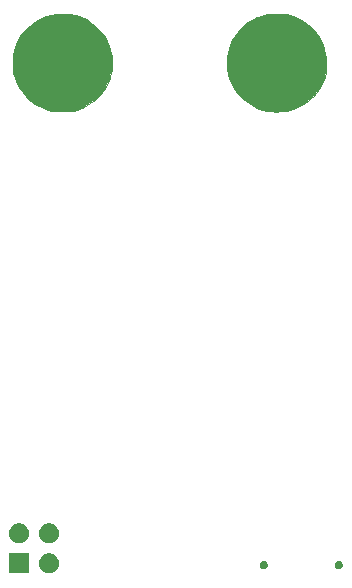
<source format=gbr>
G04 #@! TF.GenerationSoftware,KiCad,Pcbnew,(5.1.5)-3*
G04 #@! TF.CreationDate,2020-08-11T16:55:22+02:00*
G04 #@! TF.ProjectId,Badge addon Ninja prize,42616467-6520-4616-9464-6f6e204e696e,rev?*
G04 #@! TF.SameCoordinates,Original*
G04 #@! TF.FileFunction,Soldermask,Top*
G04 #@! TF.FilePolarity,Negative*
%FSLAX46Y46*%
G04 Gerber Fmt 4.6, Leading zero omitted, Abs format (unit mm)*
G04 Created by KiCad (PCBNEW (5.1.5)-3) date 2020-08-11 16:55:22*
%MOMM*%
%LPD*%
G04 APERTURE LIST*
%ADD10C,0.010000*%
%ADD11C,0.100000*%
G04 APERTURE END LIST*
D10*
G36*
X80271526Y-84927551D02*
G01*
X80632500Y-84963785D01*
X81028460Y-85037363D01*
X81403378Y-85145018D01*
X81759784Y-85288072D01*
X82100206Y-85467845D01*
X82427174Y-85685659D01*
X82743218Y-85942836D01*
X83025213Y-86214006D01*
X83256892Y-86471636D01*
X83458582Y-86736230D01*
X83633056Y-87013279D01*
X83783089Y-87308273D01*
X83911455Y-87626702D01*
X84020928Y-87974058D01*
X84114283Y-88355831D01*
X84119301Y-88379333D01*
X84137592Y-88468831D01*
X84151466Y-88547445D01*
X84161547Y-88623459D01*
X84168457Y-88705158D01*
X84172821Y-88800825D01*
X84175262Y-88918744D01*
X84176404Y-89067201D01*
X84176647Y-89141333D01*
X84176629Y-89308031D01*
X84175274Y-89440526D01*
X84172062Y-89546940D01*
X84166470Y-89635395D01*
X84157978Y-89714014D01*
X84146064Y-89790919D01*
X84130206Y-89874231D01*
X84129313Y-89878648D01*
X84028249Y-90271421D01*
X83886770Y-90653655D01*
X83706018Y-91022907D01*
X83487130Y-91376731D01*
X83333702Y-91586083D01*
X83244485Y-91692386D01*
X83130796Y-91815580D01*
X83001722Y-91946756D01*
X82866353Y-92077004D01*
X82733778Y-92197414D01*
X82613084Y-92299075D01*
X82579834Y-92325137D01*
X82339001Y-92499325D01*
X82096227Y-92652210D01*
X81832491Y-92795669D01*
X81800086Y-92812035D01*
X81590781Y-92913767D01*
X81407547Y-92994699D01*
X81241246Y-93057538D01*
X81082742Y-93104993D01*
X80922899Y-93139771D01*
X80752580Y-93164582D01*
X80562649Y-93182131D01*
X80547834Y-93183197D01*
X80450236Y-93188614D01*
X80326915Y-93193179D01*
X80184944Y-93196849D01*
X80031396Y-93199583D01*
X79873344Y-93201338D01*
X79717860Y-93202072D01*
X79572018Y-93201743D01*
X79442889Y-93200310D01*
X79337548Y-93197729D01*
X79263066Y-93193960D01*
X79235500Y-93191009D01*
X78998250Y-93140775D01*
X78740833Y-93065109D01*
X78473524Y-92967992D01*
X78206600Y-92853407D01*
X77950337Y-92725336D01*
X77775000Y-92625068D01*
X77419194Y-92386550D01*
X77096923Y-92123308D01*
X76805901Y-91833170D01*
X76543836Y-91513966D01*
X76422868Y-91342667D01*
X76226588Y-91016797D01*
X76059470Y-90669517D01*
X75925206Y-90309854D01*
X75827483Y-89946833D01*
X75803968Y-89828317D01*
X75778465Y-89643263D01*
X75762072Y-89429614D01*
X75754891Y-89200141D01*
X75757023Y-88967613D01*
X75768567Y-88744798D01*
X75789625Y-88544467D01*
X75793645Y-88516917D01*
X75873166Y-88103458D01*
X75982395Y-87718086D01*
X76123141Y-87357046D01*
X76297212Y-87016586D01*
X76506416Y-86692954D01*
X76752561Y-86382395D01*
X76900429Y-86219910D01*
X77200674Y-85934593D01*
X77525406Y-85682719D01*
X77872093Y-85465139D01*
X78238205Y-85282705D01*
X78621209Y-85136270D01*
X79018574Y-85026685D01*
X79427770Y-84954802D01*
X79846264Y-84921473D01*
X80271526Y-84927551D01*
G37*
X80271526Y-84927551D02*
X80632500Y-84963785D01*
X81028460Y-85037363D01*
X81403378Y-85145018D01*
X81759784Y-85288072D01*
X82100206Y-85467845D01*
X82427174Y-85685659D01*
X82743218Y-85942836D01*
X83025213Y-86214006D01*
X83256892Y-86471636D01*
X83458582Y-86736230D01*
X83633056Y-87013279D01*
X83783089Y-87308273D01*
X83911455Y-87626702D01*
X84020928Y-87974058D01*
X84114283Y-88355831D01*
X84119301Y-88379333D01*
X84137592Y-88468831D01*
X84151466Y-88547445D01*
X84161547Y-88623459D01*
X84168457Y-88705158D01*
X84172821Y-88800825D01*
X84175262Y-88918744D01*
X84176404Y-89067201D01*
X84176647Y-89141333D01*
X84176629Y-89308031D01*
X84175274Y-89440526D01*
X84172062Y-89546940D01*
X84166470Y-89635395D01*
X84157978Y-89714014D01*
X84146064Y-89790919D01*
X84130206Y-89874231D01*
X84129313Y-89878648D01*
X84028249Y-90271421D01*
X83886770Y-90653655D01*
X83706018Y-91022907D01*
X83487130Y-91376731D01*
X83333702Y-91586083D01*
X83244485Y-91692386D01*
X83130796Y-91815580D01*
X83001722Y-91946756D01*
X82866353Y-92077004D01*
X82733778Y-92197414D01*
X82613084Y-92299075D01*
X82579834Y-92325137D01*
X82339001Y-92499325D01*
X82096227Y-92652210D01*
X81832491Y-92795669D01*
X81800086Y-92812035D01*
X81590781Y-92913767D01*
X81407547Y-92994699D01*
X81241246Y-93057538D01*
X81082742Y-93104993D01*
X80922899Y-93139771D01*
X80752580Y-93164582D01*
X80562649Y-93182131D01*
X80547834Y-93183197D01*
X80450236Y-93188614D01*
X80326915Y-93193179D01*
X80184944Y-93196849D01*
X80031396Y-93199583D01*
X79873344Y-93201338D01*
X79717860Y-93202072D01*
X79572018Y-93201743D01*
X79442889Y-93200310D01*
X79337548Y-93197729D01*
X79263066Y-93193960D01*
X79235500Y-93191009D01*
X78998250Y-93140775D01*
X78740833Y-93065109D01*
X78473524Y-92967992D01*
X78206600Y-92853407D01*
X77950337Y-92725336D01*
X77775000Y-92625068D01*
X77419194Y-92386550D01*
X77096923Y-92123308D01*
X76805901Y-91833170D01*
X76543836Y-91513966D01*
X76422868Y-91342667D01*
X76226588Y-91016797D01*
X76059470Y-90669517D01*
X75925206Y-90309854D01*
X75827483Y-89946833D01*
X75803968Y-89828317D01*
X75778465Y-89643263D01*
X75762072Y-89429614D01*
X75754891Y-89200141D01*
X75757023Y-88967613D01*
X75768567Y-88744798D01*
X75789625Y-88544467D01*
X75793645Y-88516917D01*
X75873166Y-88103458D01*
X75982395Y-87718086D01*
X76123141Y-87357046D01*
X76297212Y-87016586D01*
X76506416Y-86692954D01*
X76752561Y-86382395D01*
X76900429Y-86219910D01*
X77200674Y-85934593D01*
X77525406Y-85682719D01*
X77872093Y-85465139D01*
X78238205Y-85282705D01*
X78621209Y-85136270D01*
X79018574Y-85026685D01*
X79427770Y-84954802D01*
X79846264Y-84921473D01*
X80271526Y-84927551D01*
G36*
X98391035Y-84936431D02*
G01*
X98701550Y-84959384D01*
X98988172Y-84999763D01*
X99258938Y-85059305D01*
X99521887Y-85139749D01*
X99785056Y-85242831D01*
X100031750Y-85357895D01*
X100385894Y-85557128D01*
X100718991Y-85790399D01*
X101027804Y-86054469D01*
X101309099Y-86346098D01*
X101559640Y-86662049D01*
X101776190Y-86999083D01*
X101894458Y-87222319D01*
X102043081Y-87570994D01*
X102161687Y-87942645D01*
X102248711Y-88328895D01*
X102302584Y-88721371D01*
X102321740Y-89111698D01*
X102309277Y-89438957D01*
X102256103Y-89857450D01*
X102166242Y-90254971D01*
X102039341Y-90632271D01*
X101875049Y-90990102D01*
X101673012Y-91329217D01*
X101432878Y-91650368D01*
X101154294Y-91954306D01*
X101108780Y-91998833D01*
X100814976Y-92259081D01*
X100502434Y-92492370D01*
X100176521Y-92695593D01*
X99842601Y-92865644D01*
X99506040Y-92999417D01*
X99248584Y-93075717D01*
X98872011Y-93152821D01*
X98476221Y-93201588D01*
X98074325Y-93221013D01*
X97679432Y-93210091D01*
X97588193Y-93202935D01*
X97260731Y-93158726D01*
X96942107Y-93084096D01*
X96628151Y-92977297D01*
X96314695Y-92836578D01*
X95997568Y-92660190D01*
X95672602Y-92446384D01*
X95518858Y-92334629D01*
X95412160Y-92249263D01*
X95288857Y-92141421D01*
X95155848Y-92017987D01*
X95020031Y-91885847D01*
X94888305Y-91751886D01*
X94767570Y-91622991D01*
X94664723Y-91506046D01*
X94586664Y-91407938D01*
X94577122Y-91394710D01*
X94384014Y-91086839D01*
X94221295Y-90753341D01*
X94089952Y-90399049D01*
X93990975Y-90028795D01*
X93925352Y-89647410D01*
X93894071Y-89259729D01*
X93898120Y-88870582D01*
X93938489Y-88484803D01*
X93958143Y-88368750D01*
X94055247Y-87957552D01*
X94190501Y-87562379D01*
X94362096Y-87185426D01*
X94568226Y-86828889D01*
X94807083Y-86494961D01*
X95076857Y-86185838D01*
X95375743Y-85903714D01*
X95701930Y-85650783D01*
X96053613Y-85429241D01*
X96428982Y-85241282D01*
X96589636Y-85174307D01*
X96825731Y-85089997D01*
X97059338Y-85025166D01*
X97299640Y-84978270D01*
X97555817Y-84947767D01*
X97837054Y-84932115D01*
X98048589Y-84929167D01*
X98391035Y-84936431D01*
G37*
X98391035Y-84936431D02*
X98701550Y-84959384D01*
X98988172Y-84999763D01*
X99258938Y-85059305D01*
X99521887Y-85139749D01*
X99785056Y-85242831D01*
X100031750Y-85357895D01*
X100385894Y-85557128D01*
X100718991Y-85790399D01*
X101027804Y-86054469D01*
X101309099Y-86346098D01*
X101559640Y-86662049D01*
X101776190Y-86999083D01*
X101894458Y-87222319D01*
X102043081Y-87570994D01*
X102161687Y-87942645D01*
X102248711Y-88328895D01*
X102302584Y-88721371D01*
X102321740Y-89111698D01*
X102309277Y-89438957D01*
X102256103Y-89857450D01*
X102166242Y-90254971D01*
X102039341Y-90632271D01*
X101875049Y-90990102D01*
X101673012Y-91329217D01*
X101432878Y-91650368D01*
X101154294Y-91954306D01*
X101108780Y-91998833D01*
X100814976Y-92259081D01*
X100502434Y-92492370D01*
X100176521Y-92695593D01*
X99842601Y-92865644D01*
X99506040Y-92999417D01*
X99248584Y-93075717D01*
X98872011Y-93152821D01*
X98476221Y-93201588D01*
X98074325Y-93221013D01*
X97679432Y-93210091D01*
X97588193Y-93202935D01*
X97260731Y-93158726D01*
X96942107Y-93084096D01*
X96628151Y-92977297D01*
X96314695Y-92836578D01*
X95997568Y-92660190D01*
X95672602Y-92446384D01*
X95518858Y-92334629D01*
X95412160Y-92249263D01*
X95288857Y-92141421D01*
X95155848Y-92017987D01*
X95020031Y-91885847D01*
X94888305Y-91751886D01*
X94767570Y-91622991D01*
X94664723Y-91506046D01*
X94586664Y-91407938D01*
X94577122Y-91394710D01*
X94384014Y-91086839D01*
X94221295Y-90753341D01*
X94089952Y-90399049D01*
X93990975Y-90028795D01*
X93925352Y-89647410D01*
X93894071Y-89259729D01*
X93898120Y-88870582D01*
X93938489Y-88484803D01*
X93958143Y-88368750D01*
X94055247Y-87957552D01*
X94190501Y-87562379D01*
X94362096Y-87185426D01*
X94568226Y-86828889D01*
X94807083Y-86494961D01*
X95076857Y-86185838D01*
X95375743Y-85903714D01*
X95701930Y-85650783D01*
X96053613Y-85429241D01*
X96428982Y-85241282D01*
X96589636Y-85174307D01*
X96825731Y-85089997D01*
X97059338Y-85025166D01*
X97299640Y-84978270D01*
X97555817Y-84947767D01*
X97837054Y-84932115D01*
X98048589Y-84929167D01*
X98391035Y-84936431D01*
D11*
G36*
X79087936Y-130652665D02*
G01*
X79242626Y-130716739D01*
X79312076Y-130763145D01*
X79381844Y-130809762D01*
X79500238Y-130928156D01*
X79546855Y-130997924D01*
X79593261Y-131067374D01*
X79657335Y-131222064D01*
X79690000Y-131386282D01*
X79690000Y-131553718D01*
X79657335Y-131717936D01*
X79593261Y-131872626D01*
X79549006Y-131938857D01*
X79500238Y-132011844D01*
X79381844Y-132130238D01*
X79312076Y-132176855D01*
X79242626Y-132223261D01*
X79087936Y-132287335D01*
X78923718Y-132320000D01*
X78756282Y-132320000D01*
X78592064Y-132287335D01*
X78437374Y-132223261D01*
X78367924Y-132176855D01*
X78298156Y-132130238D01*
X78179762Y-132011844D01*
X78130994Y-131938857D01*
X78086739Y-131872626D01*
X78022665Y-131717936D01*
X77990000Y-131553718D01*
X77990000Y-131386282D01*
X78022665Y-131222064D01*
X78086739Y-131067374D01*
X78133145Y-130997924D01*
X78179762Y-130928156D01*
X78298156Y-130809762D01*
X78367924Y-130763145D01*
X78437374Y-130716739D01*
X78592064Y-130652665D01*
X78756282Y-130620000D01*
X78923718Y-130620000D01*
X79087936Y-130652665D01*
G37*
G36*
X77150000Y-132320000D02*
G01*
X75450000Y-132320000D01*
X75450000Y-130620000D01*
X77150000Y-130620000D01*
X77150000Y-132320000D01*
G37*
G36*
X103477791Y-131261143D02*
G01*
X103541924Y-131287707D01*
X103599642Y-131326273D01*
X103648727Y-131375358D01*
X103687293Y-131433076D01*
X103713857Y-131497209D01*
X103727400Y-131565292D01*
X103727400Y-131634708D01*
X103713857Y-131702791D01*
X103687293Y-131766924D01*
X103648727Y-131824642D01*
X103599642Y-131873727D01*
X103541924Y-131912293D01*
X103477791Y-131938857D01*
X103409708Y-131952400D01*
X103340292Y-131952400D01*
X103272209Y-131938857D01*
X103208076Y-131912293D01*
X103150358Y-131873727D01*
X103101273Y-131824642D01*
X103062707Y-131766924D01*
X103036143Y-131702791D01*
X103022600Y-131634708D01*
X103022600Y-131565292D01*
X103036143Y-131497209D01*
X103062707Y-131433076D01*
X103101273Y-131375358D01*
X103150358Y-131326273D01*
X103208076Y-131287707D01*
X103272209Y-131261143D01*
X103340292Y-131247600D01*
X103409708Y-131247600D01*
X103477791Y-131261143D01*
G37*
G36*
X97127791Y-131261143D02*
G01*
X97191924Y-131287707D01*
X97249642Y-131326273D01*
X97298727Y-131375358D01*
X97337293Y-131433076D01*
X97363857Y-131497209D01*
X97377400Y-131565292D01*
X97377400Y-131634708D01*
X97363857Y-131702791D01*
X97337293Y-131766924D01*
X97298727Y-131824642D01*
X97249642Y-131873727D01*
X97191924Y-131912293D01*
X97127791Y-131938857D01*
X97059708Y-131952400D01*
X96990292Y-131952400D01*
X96922209Y-131938857D01*
X96858076Y-131912293D01*
X96800358Y-131873727D01*
X96751273Y-131824642D01*
X96712707Y-131766924D01*
X96686143Y-131702791D01*
X96672600Y-131634708D01*
X96672600Y-131565292D01*
X96686143Y-131497209D01*
X96712707Y-131433076D01*
X96751273Y-131375358D01*
X96800358Y-131326273D01*
X96858076Y-131287707D01*
X96922209Y-131261143D01*
X96990292Y-131247600D01*
X97059708Y-131247600D01*
X97127791Y-131261143D01*
G37*
G36*
X79087936Y-128112665D02*
G01*
X79242626Y-128176739D01*
X79312076Y-128223145D01*
X79381844Y-128269762D01*
X79500238Y-128388156D01*
X79546855Y-128457924D01*
X79593261Y-128527374D01*
X79657335Y-128682064D01*
X79690000Y-128846282D01*
X79690000Y-129013718D01*
X79657335Y-129177936D01*
X79593261Y-129332626D01*
X79546855Y-129402076D01*
X79500238Y-129471844D01*
X79381844Y-129590238D01*
X79312076Y-129636855D01*
X79242626Y-129683261D01*
X79087936Y-129747335D01*
X78923718Y-129780000D01*
X78756282Y-129780000D01*
X78592064Y-129747335D01*
X78437374Y-129683261D01*
X78367924Y-129636855D01*
X78298156Y-129590238D01*
X78179762Y-129471844D01*
X78133145Y-129402076D01*
X78086739Y-129332626D01*
X78022665Y-129177936D01*
X77990000Y-129013718D01*
X77990000Y-128846282D01*
X78022665Y-128682064D01*
X78086739Y-128527374D01*
X78133145Y-128457924D01*
X78179762Y-128388156D01*
X78298156Y-128269762D01*
X78367924Y-128223145D01*
X78437374Y-128176739D01*
X78592064Y-128112665D01*
X78756282Y-128080000D01*
X78923718Y-128080000D01*
X79087936Y-128112665D01*
G37*
G36*
X76547936Y-128112665D02*
G01*
X76702626Y-128176739D01*
X76772076Y-128223145D01*
X76841844Y-128269762D01*
X76960238Y-128388156D01*
X77006855Y-128457924D01*
X77053261Y-128527374D01*
X77117335Y-128682064D01*
X77150000Y-128846282D01*
X77150000Y-129013718D01*
X77117335Y-129177936D01*
X77053261Y-129332626D01*
X77006855Y-129402076D01*
X76960238Y-129471844D01*
X76841844Y-129590238D01*
X76772076Y-129636855D01*
X76702626Y-129683261D01*
X76547936Y-129747335D01*
X76383718Y-129780000D01*
X76216282Y-129780000D01*
X76052064Y-129747335D01*
X75897374Y-129683261D01*
X75827924Y-129636855D01*
X75758156Y-129590238D01*
X75639762Y-129471844D01*
X75593145Y-129402076D01*
X75546739Y-129332626D01*
X75482665Y-129177936D01*
X75450000Y-129013718D01*
X75450000Y-128846282D01*
X75482665Y-128682064D01*
X75546739Y-128527374D01*
X75593145Y-128457924D01*
X75639762Y-128388156D01*
X75758156Y-128269762D01*
X75827924Y-128223145D01*
X75897374Y-128176739D01*
X76052064Y-128112665D01*
X76216282Y-128080000D01*
X76383718Y-128080000D01*
X76547936Y-128112665D01*
G37*
M02*

</source>
